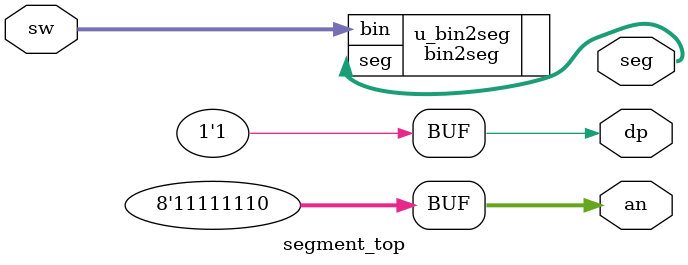
<source format=v>

module segment_top (
    input  wire [3:0] sw,   //! Slide switches SW3..SW0
    output wire [6:0] seg,  //! Seven-segment cathodes CA..CG (active-low)
    output wire       dp,   //! Seven-segment decimal point (active-low, not used)
    output wire [7:0] an    //! Seven-segment anodes AN7..AN0 (active-low)
);

    // ---------------------------------------------
    //! Instantiate 7-segment decoder
    //! (Prefix `u_` means unit or instance.)
    // ---------------------------------------------
    bin2seg u_bin2seg (
        .bin (sw),
        .seg (seg)
    );

    // Turn off decimal point (inactive = '1')
    assign dp = 1;

    // Enable AN0 only (active-low)
    assign an = 8'b1111_1110;

endmodule

</source>
